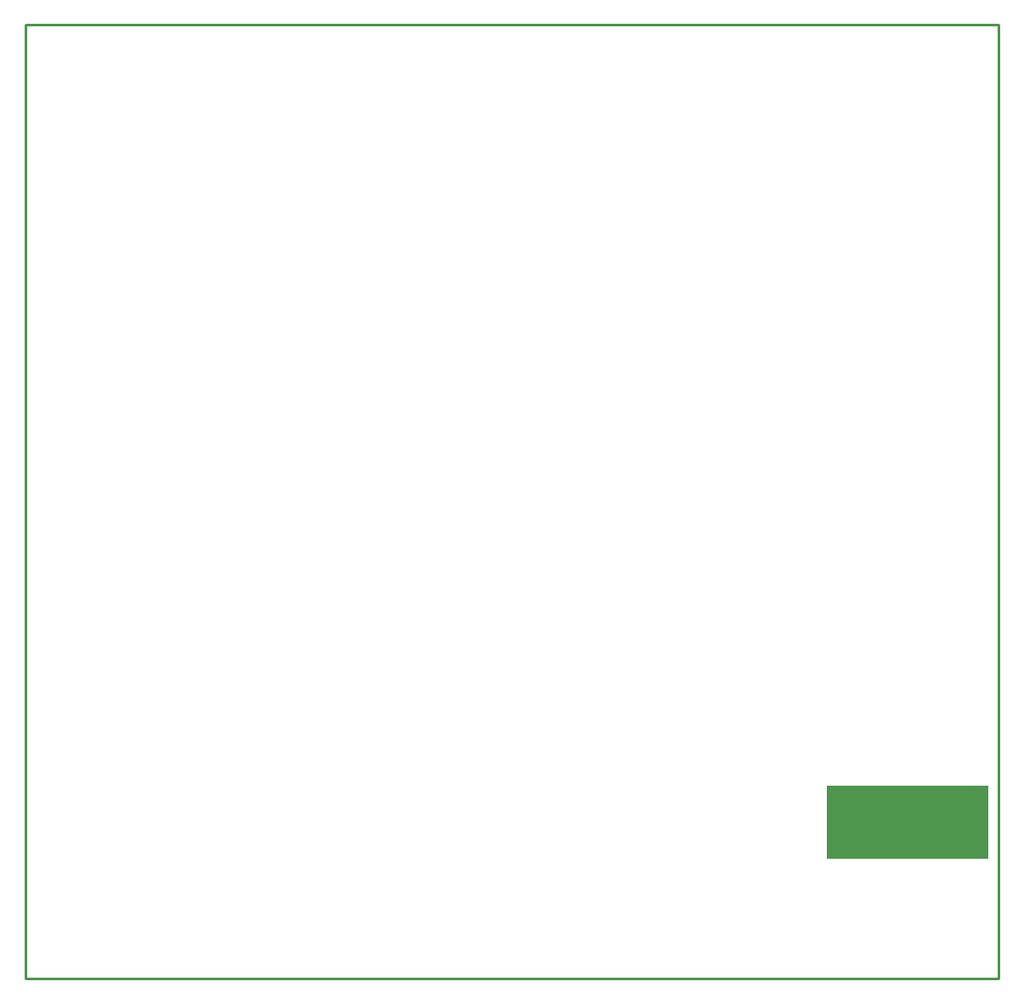
<source format=gm1>
G04*
G04 #@! TF.GenerationSoftware,Altium Limited,Altium Designer,19.1.5 (86)*
G04*
G04 Layer_Color=16711935*
%FSLAX25Y25*%
%MOIN*%
G70*
G01*
G75*
%ADD13C,0.01000*%
%ADD157R,0.63780X0.28740*%
D13*
X381594Y-260D02*
Y374040D01*
X-0Y-260D02*
Y374040D01*
Y-260D02*
X381594D01*
X-0Y374040D02*
X381594D01*
D157*
X345834Y61047D02*
D03*
M02*

</source>
